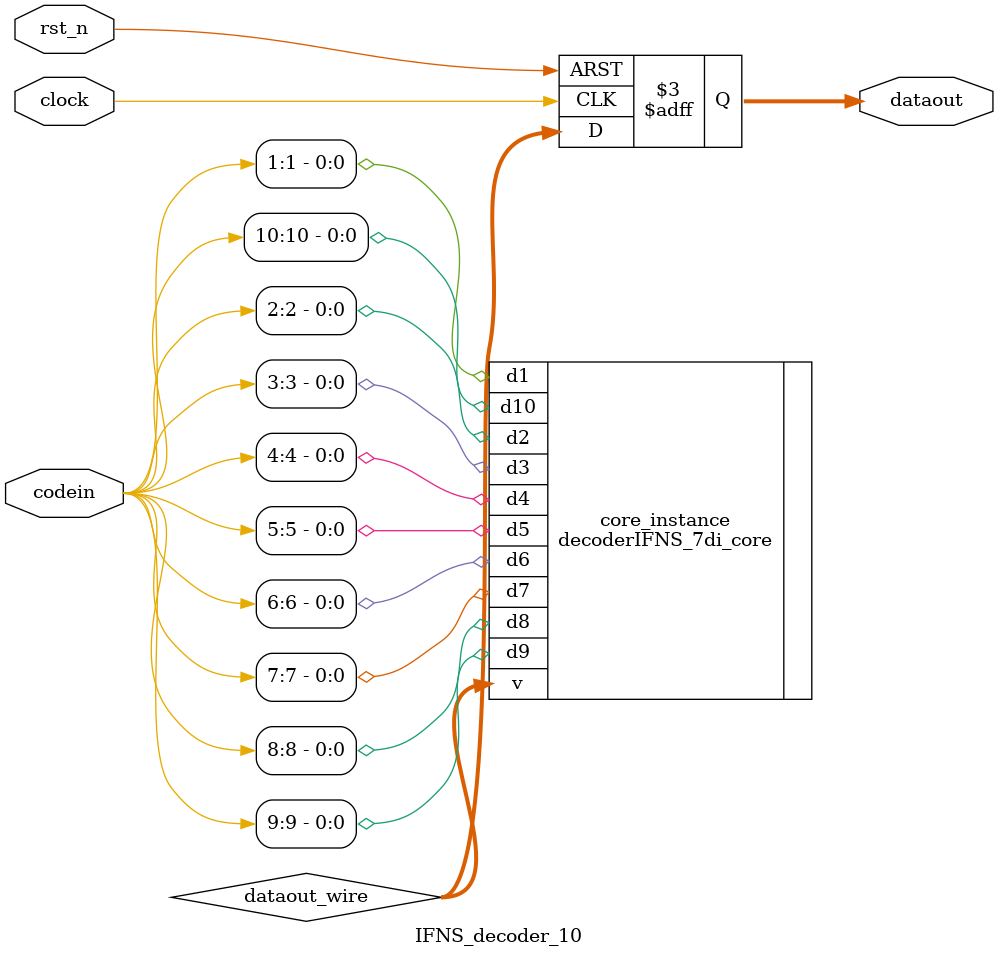
<source format=v>
module IFNS_decoder_10(
    input wire clock,
    input wire rst_n,
    output reg [6:0] dataout,
    input wire [10:1] codein
);

    wire [6:0] dataout_wire;

    decoderIFNS_7di_core core_instance(
        .v(dataout_wire),
        .d10(codein[10]),
        .d9(codein[9]),
        .d8(codein[8]),
        .d7(codein[7]),
        .d6(codein[6]),
        .d5(codein[5]),
        .d4(codein[4]),
        .d3(codein[3]),
        .d2(codein[2]),
        .d1(codein[1])
    );

    //sync
    always @(posedge clock or negedge rst_n) begin
        if (~rst_n) begin
            dataout <= 0;
        end
        else begin
            dataout <= dataout_wire;
        end
    end

endmodule
</source>
